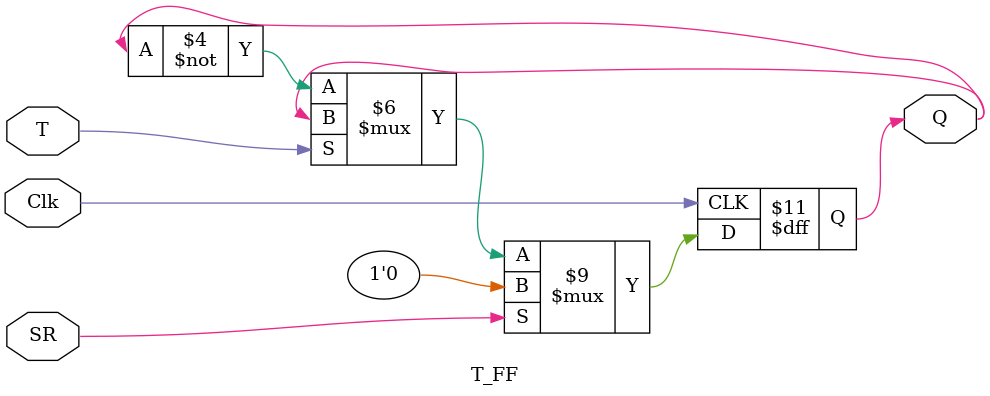
<source format=v>
`timescale 1ns / 1ps
	module T_FF( input T ,
					input SR ,
					input Clk ,
					output reg Q 
		 );
		always @ (posedge Clk)
		if (SR == 1)
			Q <= 0;
		else
			if(!T)
			Q <= ~Q ;
			else 
			Q <= Q ;
			

	endmodule

</source>
